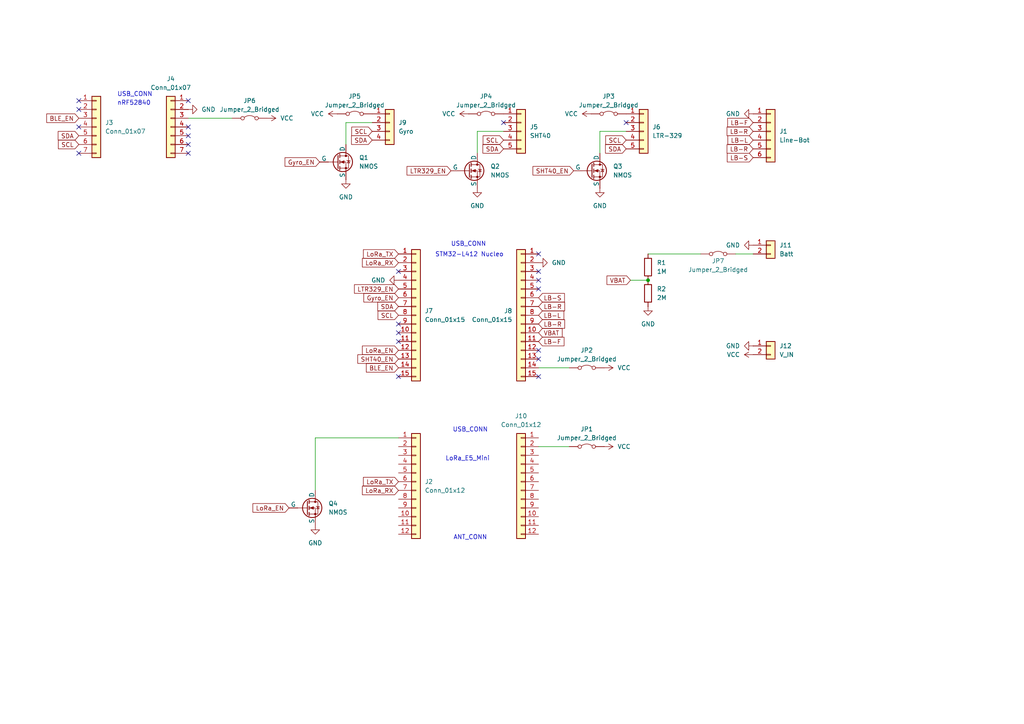
<source format=kicad_sch>
(kicad_sch (version 20231120) (generator "eeschema") (generator_version "8.0")
  (paper "A4")
  (lib_symbols
    (symbol "Connector_Generic:Conn_01x02" (pin_names (offset 1.016) hide)
      (property "Reference" "J" (at 0 2.54 0))
      (property "Value" "Conn_01x02" (at 0 -5.08 0))
      (symbol "Conn_01x02_1_1"
        (rectangle (start -1.27 -2.413) (end 0 -2.667) (stroke (width 0.1524)))
        (rectangle (start -1.27 0.127) (end 0 -0.127) (stroke (width 0.1524)))
        (rectangle (start -1.27 1.27) (end 1.27 -3.81) (stroke (width 0.254)) (fill (type background)))
        (pin passive line (at -5.08 0 0) (length 3.81) (name "Pin_1") (number "1"))
        (pin passive line (at -5.08 -2.54 0) (length 3.81) (name "Pin_2") (number "2"))
      )
    )
    (symbol "Connector_Generic:Conn_01x04" (pin_names (offset 1.016) hide)
      (property "Reference" "J" (at 0 5.08 0))
      (property "Value" "Conn_01x04" (at 0 -7.62 0))
      (symbol "Conn_01x04_1_1"
        (rectangle (start -1.27 -4.953) (end 0 -5.207) (stroke (width 0.1524)))
        (rectangle (start -1.27 -2.413) (end 0 -2.667) (stroke (width 0.1524)))
        (rectangle (start -1.27 0.127) (end 0 -0.127) (stroke (width 0.1524)))
        (rectangle (start -1.27 2.667) (end 0 2.413) (stroke (width 0.1524)))
        (rectangle (start -1.27 3.81) (end 1.27 -6.35) (stroke (width 0.254)) (fill (type background)))
        (pin passive line (at -5.08 2.54 0) (length 3.81) (name "Pin_1") (number "1"))
        (pin passive line (at -5.08 0 0) (length 3.81) (name "Pin_2") (number "2"))
        (pin passive line (at -5.08 -2.54 0) (length 3.81) (name "Pin_3") (number "3"))
        (pin passive line (at -5.08 -5.08 0) (length 3.81) (name "Pin_4") (number "4"))
      )
    )
    (symbol "Connector_Generic:Conn_01x05" (pin_names (offset 1.016) hide)
      (property "Reference" "J" (at 0 7.62 0))
      (property "Value" "Conn_01x05" (at 0 -7.62 0))
      (symbol "Conn_01x05_1_1"
        (rectangle (start -1.27 -4.953) (end 0 -5.207) (stroke (width 0.1524)))
        (rectangle (start -1.27 -2.413) (end 0 -2.667) (stroke (width 0.1524)))
        (rectangle (start -1.27 0.127) (end 0 -0.127) (stroke (width 0.1524)))
        (rectangle (start -1.27 2.667) (end 0 2.413) (stroke (width 0.1524)))
        (rectangle (start -1.27 5.207) (end 0 4.953) (stroke (width 0.1524)))
        (rectangle (start -1.27 6.35) (end 1.27 -6.35) (stroke (width 0.254)) (fill (type background)))
        (pin passive line (at -5.08 5.08 0) (length 3.81) (name "Pin_1") (number "1"))
        (pin passive line (at -5.08 2.54 0) (length 3.81) (name "Pin_2") (number "2"))
        (pin passive line (at -5.08 0 0) (length 3.81) (name "Pin_3") (number "3"))
        (pin passive line (at -5.08 -2.54 0) (length 3.81) (name "Pin_4") (number "4"))
        (pin passive line (at -5.08 -5.08 0) (length 3.81) (name "Pin_5") (number "5"))
      )
    )
    (symbol "Connector_Generic:Conn_01x06" (pin_names (offset 1.016) hide)
      (property "Reference" "J" (at 0 7.62 0))
      (property "Value" "Conn_01x06" (at 0 -10.16 0))
      (symbol "Conn_01x06_1_1"
        (rectangle (start -1.27 -7.493) (end 0 -7.747) (stroke (width 0.1524)))
        (rectangle (start -1.27 -4.953) (end 0 -5.207) (stroke (width 0.1524)))
        (rectangle (start -1.27 -2.413) (end 0 -2.667) (stroke (width 0.1524)))
        (rectangle (start -1.27 0.127) (end 0 -0.127) (stroke (width 0.1524)))
        (rectangle (start -1.27 2.667) (end 0 2.413) (stroke (width 0.1524)))
        (rectangle (start -1.27 5.207) (end 0 4.953) (stroke (width 0.1524)))
        (rectangle (start -1.27 6.35) (end 1.27 -8.89) (stroke (width 0.254)) (fill (type background)))
        (pin passive line (at -5.08 5.08 0) (length 3.81) (name "Pin_1") (number "1"))
        (pin passive line (at -5.08 2.54 0) (length 3.81) (name "Pin_2") (number "2"))
        (pin passive line (at -5.08 0 0) (length 3.81) (name "Pin_3") (number "3"))
        (pin passive line (at -5.08 -2.54 0) (length 3.81) (name "Pin_4") (number "4"))
        (pin passive line (at -5.08 -5.08 0) (length 3.81) (name "Pin_5") (number "5"))
        (pin passive line (at -5.08 -7.62 0) (length 3.81) (name "Pin_6") (number "6"))
      )
    )
    (symbol "Connector_Generic:Conn_01x07" (pin_names (offset 1.016) hide)
      (property "Reference" "J" (at 0 10.16 0))
      (property "Value" "Conn_01x07" (at 0 -10.16 0))
      (symbol "Conn_01x07_1_1"
        (rectangle (start -1.27 -7.493) (end 0 -7.747) (stroke (width 0.1524)))
        (rectangle (start -1.27 -4.953) (end 0 -5.207) (stroke (width 0.1524)))
        (rectangle (start -1.27 -2.413) (end 0 -2.667) (stroke (width 0.1524)))
        (rectangle (start -1.27 0.127) (end 0 -0.127) (stroke (width 0.1524)))
        (rectangle (start -1.27 2.667) (end 0 2.413) (stroke (width 0.1524)))
        (rectangle (start -1.27 5.207) (end 0 4.953) (stroke (width 0.1524)))
        (rectangle (start -1.27 7.747) (end 0 7.493) (stroke (width 0.1524)))
        (rectangle (start -1.27 8.89) (end 1.27 -8.89) (stroke (width 0.254)) (fill (type background)))
        (pin passive line (at -5.08 7.62 0) (length 3.81) (name "Pin_1") (number "1"))
        (pin passive line (at -5.08 5.08 0) (length 3.81) (name "Pin_2") (number "2"))
        (pin passive line (at -5.08 2.54 0) (length 3.81) (name "Pin_3") (number "3"))
        (pin passive line (at -5.08 0 0) (length 3.81) (name "Pin_4") (number "4"))
        (pin passive line (at -5.08 -2.54 0) (length 3.81) (name "Pin_5") (number "5"))
        (pin passive line (at -5.08 -5.08 0) (length 3.81) (name "Pin_6") (number "6"))
        (pin passive line (at -5.08 -7.62 0) (length 3.81) (name "Pin_7") (number "7"))
      )
    )
    (symbol "Connector_Generic:Conn_01x12" (pin_names (offset 1.016) hide)
      (property "Reference" "J" (at 0 15.24 0))
      (property "Value" "Conn_01x12" (at 0 -17.78 0))
      (symbol "Conn_01x12_1_1"
        (rectangle (start -1.27 -15.113) (end 0 -15.367) (stroke (width 0.1524)))
        (rectangle (start -1.27 -12.573) (end 0 -12.827) (stroke (width 0.1524)))
        (rectangle (start -1.27 -10.033) (end 0 -10.287) (stroke (width 0.1524)))
        (rectangle (start -1.27 -7.493) (end 0 -7.747) (stroke (width 0.1524)))
        (rectangle (start -1.27 -4.953) (end 0 -5.207) (stroke (width 0.1524)))
        (rectangle (start -1.27 -2.413) (end 0 -2.667) (stroke (width 0.1524)))
        (rectangle (start -1.27 0.127) (end 0 -0.127) (stroke (width 0.1524)))
        (rectangle (start -1.27 2.667) (end 0 2.413) (stroke (width 0.1524)))
        (rectangle (start -1.27 5.207) (end 0 4.953) (stroke (width 0.1524)))
        (rectangle (start -1.27 7.747) (end 0 7.493) (stroke (width 0.1524)))
        (rectangle (start -1.27 10.287) (end 0 10.033) (stroke (width 0.1524)))
        (rectangle (start -1.27 12.827) (end 0 12.573) (stroke (width 0.1524)))
        (rectangle (start -1.27 13.97) (end 1.27 -16.51) (stroke (width 0.254)) (fill (type background)))
        (pin passive line (at -5.08 12.7 0) (length 3.81) (name "Pin_1") (number "1"))
        (pin passive line (at -5.08 -10.16 0) (length 3.81) (name "Pin_10") (number "10"))
        (pin passive line (at -5.08 -12.7 0) (length 3.81) (name "Pin_11") (number "11"))
        (pin passive line (at -5.08 -15.24 0) (length 3.81) (name "Pin_12") (number "12"))
        (pin passive line (at -5.08 10.16 0) (length 3.81) (name "Pin_2") (number "2"))
        (pin passive line (at -5.08 7.62 0) (length 3.81) (name "Pin_3") (number "3"))
        (pin passive line (at -5.08 5.08 0) (length 3.81) (name "Pin_4") (number "4"))
        (pin passive line (at -5.08 2.54 0) (length 3.81) (name "Pin_5") (number "5"))
        (pin passive line (at -5.08 0 0) (length 3.81) (name "Pin_6") (number "6"))
        (pin passive line (at -5.08 -2.54 0) (length 3.81) (name "Pin_7") (number "7"))
        (pin passive line (at -5.08 -5.08 0) (length 3.81) (name "Pin_8") (number "8"))
        (pin passive line (at -5.08 -7.62 0) (length 3.81) (name "Pin_9") (number "9"))
      )
    )
    (symbol "Connector_Generic:Conn_01x15" (pin_names (offset 1.016) hide)
      (property "Reference" "J" (at 0 20.32 0))
      (property "Value" "Conn_01x15" (at 0 -20.32 0))
      (symbol "Conn_01x15_1_1"
        (rectangle (start -1.27 -17.653) (end 0 -17.907) (stroke (width 0.1524)))
        (rectangle (start -1.27 -15.113) (end 0 -15.367) (stroke (width 0.1524)))
        (rectangle (start -1.27 -12.573) (end 0 -12.827) (stroke (width 0.1524)))
        (rectangle (start -1.27 -10.033) (end 0 -10.287) (stroke (width 0.1524)))
        (rectangle (start -1.27 -7.493) (end 0 -7.747) (stroke (width 0.1524)))
        (rectangle (start -1.27 -4.953) (end 0 -5.207) (stroke (width 0.1524)))
        (rectangle (start -1.27 -2.413) (end 0 -2.667) (stroke (width 0.1524)))
        (rectangle (start -1.27 0.127) (end 0 -0.127) (stroke (width 0.1524)))
        (rectangle (start -1.27 2.667) (end 0 2.413) (stroke (width 0.1524)))
        (rectangle (start -1.27 5.207) (end 0 4.953) (stroke (width 0.1524)))
        (rectangle (start -1.27 7.747) (end 0 7.493) (stroke (width 0.1524)))
        (rectangle (start -1.27 10.287) (end 0 10.033) (stroke (width 0.1524)))
        (rectangle (start -1.27 12.827) (end 0 12.573) (stroke (width 0.1524)))
        (rectangle (start -1.27 15.367) (end 0 15.113) (stroke (width 0.1524)))
        (rectangle (start -1.27 17.907) (end 0 17.653) (stroke (width 0.1524)))
        (rectangle (start -1.27 19.05) (end 1.27 -19.05) (stroke (width 0.254)) (fill (type background)))
        (pin passive line (at -5.08 17.78 0) (length 3.81) (name "Pin_1") (number "1"))
        (pin passive line (at -5.08 -5.08 0) (length 3.81) (name "Pin_10") (number "10"))
        (pin passive line (at -5.08 -7.62 0) (length 3.81) (name "Pin_11") (number "11"))
        (pin passive line (at -5.08 -10.16 0) (length 3.81) (name "Pin_12") (number "12"))
        (pin passive line (at -5.08 -12.7 0) (length 3.81) (name "Pin_13") (number "13"))
        (pin passive line (at -5.08 -15.24 0) (length 3.81) (name "Pin_14") (number "14"))
        (pin passive line (at -5.08 -17.78 0) (length 3.81) (name "Pin_15") (number "15"))
        (pin passive line (at -5.08 15.24 0) (length 3.81) (name "Pin_2") (number "2"))
        (pin passive line (at -5.08 12.7 0) (length 3.81) (name "Pin_3") (number "3"))
        (pin passive line (at -5.08 10.16 0) (length 3.81) (name "Pin_4") (number "4"))
        (pin passive line (at -5.08 7.62 0) (length 3.81) (name "Pin_5") (number "5"))
        (pin passive line (at -5.08 5.08 0) (length 3.81) (name "Pin_6") (number "6"))
        (pin passive line (at -5.08 2.54 0) (length 3.81) (name "Pin_7") (number "7"))
        (pin passive line (at -5.08 0 0) (length 3.81) (name "Pin_8") (number "8"))
        (pin passive line (at -5.08 -2.54 0) (length 3.81) (name "Pin_9") (number "9"))
      )
    )
    (symbol "Device:R" (pin_numbers hide) (pin_names (offset 0))
      (property "Reference" "R" (at 2.032 0 90))
      (property "Value" "R" (at 0 0 90))
      (symbol "R_0_1"
        (rectangle (start -1.016 -2.54) (end 1.016 2.54) (stroke (width 0.254)))
      )
      (symbol "R_1_1"
        (pin passive line (at 0 3.81 270) (length 1.27) (name "~") (number "1"))
        (pin passive line (at 0 -3.81 90) (length 1.27) (name "~") (number "2"))
      )
    )
    (symbol "Jumper:Jumper_2_Bridged" (pin_numbers hide) (pin_names (offset 0) hide) (exclude_from_sim yes)
      (property "Reference" "JP" (at 0 1.905 0))
      (property "Value" "Jumper_2_Bridged" (at 0 -2.54 0))
      (symbol "Jumper_2_Bridged_0_0"
        (circle (center -2.032 0) (radius 0.508))
        (circle (center 2.032 0) (radius 0.508))
      )
      (symbol "Jumper_2_Bridged_0_1"
        (arc (start 1.524 0.254) (mid 0 0.762) (end -1.524 0.254))
      )
      (symbol "Jumper_2_Bridged_1_1"
        (pin passive line (at -5.08 0 0) (length 2.54) (name "A") (number "1"))
        (pin passive line (at 5.08 0 180) (length 2.54) (name "B") (number "2"))
      )
    )
    (symbol "Simulation_SPICE:NMOS" (pin_numbers hide) (pin_names (offset 0))
      (property "Reference" "Q" (at 5.08 1.27 0))
      (property "Value" "NMOS" (at 5.08 -1.27 0))
      (symbol "NMOS_0_1"
        (polyline (pts (xy 0.254 0) (xy -2.54 0)))
        (polyline (pts (xy 0.254 1.905) (xy 0.254 -1.905)) (stroke (width 0.254)))
        (polyline (pts (xy 0.762 -1.27) (xy 0.762 -2.286)) (stroke (width 0.254)))
        (polyline (pts (xy 0.762 0.508) (xy 0.762 -0.508)) (stroke (width 0.254)))
        (polyline (pts (xy 0.762 2.286) (xy 0.762 1.27)) (stroke (width 0.254)))
        (polyline (pts (xy 2.54 2.54) (xy 2.54 1.778)))
        (polyline (pts (xy 2.54 -2.54) (xy 2.54 0) (xy 0.762 0)))
        (polyline (pts (xy 0.762 -1.778) (xy 3.302 -1.778) (xy 3.302 1.778) (xy 0.762 1.778)))
        (polyline (pts (xy 1.016 0) (xy 2.032 0.381) (xy 2.032 -0.381) (xy 1.016 0)) (fill (type outline)))
        (polyline (pts (xy 2.794 0.508) (xy 2.921 0.381) (xy 3.683 0.381) (xy 3.81 0.254)))
        (polyline (pts (xy 3.302 0.381) (xy 2.921 -0.254) (xy 3.683 -0.254) (xy 3.302 0.381)))
        (circle (center 1.651 0) (radius 2.794) (stroke (width 0.254)))
        (circle (center 2.54 -1.778) (radius 0.254) (fill (type outline)))
        (circle (center 2.54 1.778) (radius 0.254) (fill (type outline)))
      )
      (symbol "NMOS_1_1"
        (pin passive line (at 2.54 5.08 270) (length 2.54) (name "D") (number "1"))
        (pin input line (at -5.08 0 0) (length 2.54) (name "G") (number "2"))
        (pin passive line (at 2.54 -5.08 90) (length 2.54) (name "S") (number "3"))
      )
    )
    (symbol "power:GND" (power) (pin_numbers hide) (pin_names (offset 0) hide)
      (property "Value" "GND" (at 0 -3.81 0))
      (symbol "GND_0_1"
        (polyline (pts (xy 0 0) (xy 0 -1.27) (xy 1.27 -1.27) (xy 0 -2.54) (xy -1.27 -1.27) (xy 0 -1.27)))
      )
      (symbol "GND_1_1"
        (pin power_in line (at 0 0 270) (length 0) (name "~") (number "1"))
      )
    )
    (symbol "power:VCC" (power) (pin_numbers hide) (pin_names (offset 0) hide)
      (property "Value" "VCC" (at 0 3.556 0))
      (symbol "VCC_0_1"
        (polyline (pts (xy -0.762 1.27) (xy 0 2.54)))
        (polyline (pts (xy 0 0) (xy 0 2.54)))
        (polyline (pts (xy 0 2.54) (xy 0.762 1.27)))
      )
      (symbol "VCC_1_1"
        (pin power_in line (at 0 0 90) (length 0) (name "~") (number "1"))
      )
    )
  )
  (junction (at 187.96 81.28))
  (no_connect (at 54.61 44.45))
  (no_connect (at 181.61 35.56))
  (no_connect (at 146.05 35.56))
  (no_connect (at 156.21 73.66))
  (no_connect (at 115.57 99.06))
  (no_connect (at 22.86 44.45))
  (no_connect (at 156.21 101.6))
  (no_connect (at 54.61 39.37))
  (no_connect (at 156.21 104.14))
  (no_connect (at 54.61 41.91))
  (no_connect (at 22.86 36.83))
  (no_connect (at 54.61 29.21))
  (no_connect (at 156.21 78.74))
  (no_connect (at 115.57 78.74))
  (no_connect (at 115.57 93.98))
  (no_connect (at 22.86 29.21))
  (no_connect (at 156.21 109.22))
  (no_connect (at 156.21 83.82))
  (no_connect (at 54.61 36.83))
  (no_connect (at 22.86 31.75))
  (no_connect (at 115.57 96.52))
  (no_connect (at 115.57 109.22))
  (no_connect (at 156.21 81.28))
  (wire (pts (xy 146.05 38.1) (xy 138.43 38.1)))
  (wire (pts (xy 107.95 35.56) (xy 100.33 35.56)))
  (wire (pts (xy 100.33 35.56) (xy 100.33 41.91)))
  (wire (pts (xy 91.44 142.24) (xy 91.44 127)))
  (wire (pts (xy 156.21 106.68) (xy 165.1 106.68)))
  (wire (pts (xy 173.99 38.1) (xy 173.99 44.45)))
  (wire (pts (xy 213.36 73.66) (xy 218.44 73.66)))
  (wire (pts (xy 187.96 73.66) (xy 203.2 73.66)))
  (wire (pts (xy 54.61 34.29) (xy 67.31 34.29)))
  (wire (pts (xy 181.61 38.1) (xy 173.99 38.1)))
  (wire (pts (xy 138.43 38.1) (xy 138.43 44.45)))
  (wire (pts (xy 156.21 129.54) (xy 165.1 129.54)))
  (wire (pts (xy 182.88 81.28) (xy 187.96 81.28)))
  (wire (pts (xy 91.44 127) (xy 115.57 127)))
  (text "USB_CONN\n" (at 136.398 124.714 0) (effects (font (size 1.27 1.27))))
  (text "STM32-L412 Nucleo" (at 136.144 73.914 0) (effects (font (size 1.27 1.27))))
  (text "USB_CONN\n" (at 39.116 27.432 0) (effects (font (size 1.27 1.27))))
  (text "USB_CONN\n" (at 135.89 70.866 0) (effects (font (size 1.27 1.27))))
  (text "ANT_CONN" (at 136.398 155.956 0) (effects (font (size 1.27 1.27))))
  (text "nRF52840" (at 38.862 29.972 0) (effects (font (size 1.27 1.27))))
  (text "LoRa_E5_Mini" (at 135.636 133.096 0) (effects (font (size 1.27 1.27))))
  (global_label "SDA" (shape input) (at 146.05 43.18 180) (property "Intersheetrefs" "${INTERSHEET_REFS}" (effects (hide yes))))
  (global_label "LoRa_EN" (shape input) (at 115.57 101.6 180) (property "Intersheetrefs" "${INTERSHEET_REFS}" (effects (hide yes))))
  (global_label "SCL" (shape input) (at 181.61 40.64 180) (property "Intersheetrefs" "${INTERSHEET_REFS}" (effects (hide yes))))
  (global_label "LB-R" (shape input) (at 218.44 43.18 180) (property "Intersheetrefs" "${INTERSHEET_REFS}" (effects (hide yes))))
  (global_label "LoRa_TX" (shape input) (at 115.57 73.66 180) (property "Intersheetrefs" "${INTERSHEET_REFS}" (effects (hide yes))))
  (global_label "Gyro_EN" (shape input) (at 115.57 86.36 180) (property "Intersheetrefs" "${INTERSHEET_REFS}" (effects (hide yes))))
  (global_label "LoRa_TX" (shape input) (at 115.57 139.7 180) (property "Intersheetrefs" "${INTERSHEET_REFS}" (effects (hide yes))))
  (global_label "LB-S" (shape input) (at 156.21 86.36 0) (property "Intersheetrefs" "${INTERSHEET_REFS}" (effects (hide yes))))
  (global_label "LB-L" (shape input) (at 218.44 40.64 180) (property "Intersheetrefs" "${INTERSHEET_REFS}" (effects (hide yes))))
  (global_label "SCL" (shape input) (at 107.95 38.1 180) (property "Intersheetrefs" "${INTERSHEET_REFS}" (effects (hide yes))))
  (global_label "LoRa_RX" (shape input) (at 115.57 76.2 180) (property "Intersheetrefs" "${INTERSHEET_REFS}" (effects (hide yes))))
  (global_label "SDA" (shape input) (at 181.61 43.18 180) (property "Intersheetrefs" "${INTERSHEET_REFS}" (effects (hide yes))))
  (global_label "LB-R" (shape input) (at 218.44 38.1 180) (property "Intersheetrefs" "${INTERSHEET_REFS}" (effects (hide yes))))
  (global_label "LoRa_EN" (shape input) (at 83.82 147.32 180) (property "Intersheetrefs" "${INTERSHEET_REFS}" (effects (hide yes))))
  (global_label "SDA" (shape input) (at 115.57 88.9 180) (property "Intersheetrefs" "${INTERSHEET_REFS}" (effects (hide yes))))
  (global_label "SCL" (shape input) (at 22.86 41.91 180) (property "Intersheetrefs" "${INTERSHEET_REFS}" (effects (hide yes))))
  (global_label "BLE_EN" (shape input) (at 22.86 34.29 180) (property "Intersheetrefs" "${INTERSHEET_REFS}" (effects (hide yes))))
  (global_label "LB-F" (shape input) (at 218.44 35.56 180) (property "Intersheetrefs" "${INTERSHEET_REFS}" (effects (hide yes))))
  (global_label "LTR329_EN" (shape input) (at 130.81 49.53 180) (property "Intersheetrefs" "${INTERSHEET_REFS}" (effects (hide yes))))
  (global_label "LB-R" (shape input) (at 156.21 93.98 0) (property "Intersheetrefs" "${INTERSHEET_REFS}" (effects (hide yes))))
  (global_label "LTR329_EN" (shape input) (at 115.57 83.82 180) (property "Intersheetrefs" "${INTERSHEET_REFS}" (effects (hide yes))))
  (global_label "VBAT" (shape input) (at 156.21 96.52 0) (property "Intersheetrefs" "${INTERSHEET_REFS}" (effects (hide yes))))
  (global_label "LoRa_RX" (shape input) (at 115.57 142.24 180) (property "Intersheetrefs" "${INTERSHEET_REFS}" (effects (hide yes))))
  (global_label "SHT40_EN" (shape input) (at 166.37 49.53 180) (property "Intersheetrefs" "${INTERSHEET_REFS}" (effects (hide yes))))
  (global_label "LB-L" (shape input) (at 156.21 91.44 0) (property "Intersheetrefs" "${INTERSHEET_REFS}" (effects (hide yes))))
  (global_label "SCL" (shape input) (at 115.57 91.44 180) (property "Intersheetrefs" "${INTERSHEET_REFS}" (effects (hide yes))))
  (global_label "LB-F" (shape input) (at 156.21 99.06 0) (property "Intersheetrefs" "${INTERSHEET_REFS}" (effects (hide yes))))
  (global_label "LB-S" (shape input) (at 218.44 45.72 180) (property "Intersheetrefs" "${INTERSHEET_REFS}" (effects (hide yes))))
  (global_label "SDA" (shape input) (at 22.86 39.37 180) (property "Intersheetrefs" "${INTERSHEET_REFS}" (effects (hide yes))))
  (global_label "SCL" (shape input) (at 146.05 40.64 180) (property "Intersheetrefs" "${INTERSHEET_REFS}" (effects (hide yes))))
  (global_label "VBAT" (shape input) (at 182.88 81.28 180) (property "Intersheetrefs" "${INTERSHEET_REFS}" (effects (hide yes))))
  (global_label "LB-R" (shape input) (at 156.21 88.9 0) (property "Intersheetrefs" "${INTERSHEET_REFS}" (effects (hide yes))))
  (global_label "SHT40_EN" (shape input) (at 115.57 104.14 180) (property "Intersheetrefs" "${INTERSHEET_REFS}" (effects (hide yes))))
  (global_label "SDA" (shape input) (at 107.95 40.64 180) (property "Intersheetrefs" "${INTERSHEET_REFS}" (effects (hide yes))))
  (global_label "Gyro_EN" (shape input) (at 92.71 46.99 180) (property "Intersheetrefs" "${INTERSHEET_REFS}" (effects (hide yes))))
  (global_label "BLE_EN" (shape input) (at 115.57 106.68 180) (property "Intersheetrefs" "${INTERSHEET_REFS}" (effects (hide yes))))
  (symbol (lib_id "Jumper:Jumper_2_Bridged") (at 170.18 129.54 0) (unit 1) (exclude_from_sim yes)
    (property "Reference" "JP1" (at 170.18 124.46 0))
    (property "Value" "Jumper_2_Bridged" (at 170.18 127 0))
    (property "Description" "Jumper, 2-pole, closed/bridged" (effects (hide yes)))
  )
  (symbol (lib_id "Connector_Generic:Conn_01x07") (at 27.94 36.83 0) (unit 1)
    (property "Reference" "J3" (at 30.48 35.5599 0) (effects (justify left)))
    (property "Value" "Conn_01x07" (at 30.48 38.0999 0) (effects (justify left)))
    (property "Description" "Generic connector, single row, 01x07, script generated (kicad-library-utils/schlib/autogen/connector/)" (effects (hide yes)))
  )
  (symbol (lib_id "Jumper:Jumper_2_Bridged") (at 208.28 73.66 0) (mirror y) (unit 1) (exclude_from_sim yes)
    (property "Reference" "JP7" (at 208.28 75.692 0))
    (property "Value" "Jumper_2_Bridged" (at 208.28 78.232 0))
    (property "Description" "Jumper, 2-pole, closed/bridged" (effects (hide yes)))
  )
  (symbol (lib_id "power:GND") (at 218.44 100.33 270) (unit 1)
    (property "Reference" "#PWR011" (effects (hide yes)))
    (property "Value" "GND" (at 214.63 100.3299 90) (effects (justify right)))
    (property "Description" "Power symbol creates a global label with name \"GND\" , ground" (effects (hide yes)))
  )
  (symbol (lib_id "Device:R") (at 187.96 85.09 0) (unit 1)
    (property "Reference" "R2" (at 190.5 83.8199 0) (effects (justify left)))
    (property "Value" "2M" (at 190.5 86.3599 0) (effects (justify left)))
    (property "Description" "Resistor" (effects (hide yes)))
  )
  (symbol (lib_id "power:VCC") (at 218.44 102.87 90) (unit 1)
    (property "Reference" "#PWR018" (effects (hide yes)))
    (property "Value" "VCC" (at 214.63 102.8699 90) (effects (justify left)))
    (property "Description" "Power symbol creates a global label with name \"VCC\"" (effects (hide yes)))
  )
  (symbol (lib_id "Device:R") (at 187.96 77.47 0) (unit 1)
    (property "Reference" "R1" (at 190.5 76.1999 0) (effects (justify left)))
    (property "Value" "1M" (at 190.5 78.7399 0) (effects (justify left)))
    (property "Description" "Resistor" (effects (hide yes)))
  )
  (symbol (lib_id "Jumper:Jumper_2_Bridged") (at 170.18 106.68 0) (unit 1) (exclude_from_sim yes)
    (property "Reference" "JP2" (at 170.18 101.6 0))
    (property "Value" "Jumper_2_Bridged" (at 170.18 104.14 0))
    (property "Description" "Jumper, 2-pole, closed/bridged" (effects (hide yes)))
  )
  (symbol (lib_id "power:VCC") (at 175.26 106.68 270) (unit 1)
    (property "Reference" "#PWR01" (effects (hide yes)))
    (property "Value" "VCC" (at 179.07 106.6799 90) (effects (justify left)))
    (property "Description" "Power symbol creates a global label with name \"VCC\"" (effects (hide yes)))
  )
  (symbol (lib_id "Connector_Generic:Conn_01x05") (at 151.13 38.1 0) (unit 1)
    (property "Reference" "J5" (at 153.67 36.8299 0) (effects (justify left)))
    (property "Value" "SHT40" (at 153.67 39.3699 0) (effects (justify left)))
    (property "Description" "Generic connector, single row, 01x05, script generated (kicad-library-utils/schlib/autogen/connector/)" (effects (hide yes)))
  )
  (symbol (lib_id "Connector_Generic:Conn_01x06") (at 223.52 38.1 0) (unit 1)
    (property "Reference" "J1" (at 226.06 38.0999 0) (effects (justify left)))
    (property "Value" "Line-Bot" (at 226.06 40.6399 0) (effects (justify left)))
    (property "Description" "Generic connector, single row, 01x06, script generated (kicad-library-utils/schlib/autogen/connector/)" (effects (hide yes)))
  )
  (symbol (lib_id "power:GND") (at 138.43 54.61 0) (unit 1)
    (property "Reference" "#PWR012" (effects (hide yes)))
    (property "Value" "GND" (at 138.43 59.69 0))
    (property "Description" "Power symbol creates a global label with name \"GND\" , ground" (effects (hide yes)))
  )
  (symbol (lib_id "power:GND") (at 115.57 81.28 270) (unit 1)
    (property "Reference" "#PWR07" (effects (hide yes)))
    (property "Value" "GND" (at 111.76 81.2799 90) (effects (justify right)))
    (property "Description" "Power symbol creates a global label with name \"GND\" , ground" (effects (hide yes)))
  )
  (symbol (lib_id "power:GND") (at 218.44 33.02 270) (unit 1)
    (property "Reference" "#PWR010" (effects (hide yes)))
    (property "Value" "GND" (at 214.63 33.0199 90) (effects (justify right)))
    (property "Description" "Power symbol creates a global label with name \"GND\" , ground" (effects (hide yes)))
  )
  (symbol (lib_id "Simulation_SPICE:NMOS") (at 88.9 147.32 0) (unit 1)
    (property "Reference" "Q4" (at 95.25 146.0499 0) (effects (justify left)))
    (property "Value" "NMOS" (at 95.25 148.5899 0) (effects (justify left)))
    (property "Datasheet" "https://ngspice.sourceforge.io/docs/ngspice-html-manual/manual.xhtml#cha_MOSFETs" (effects (hide yes)))
    (property "Description" "N-MOSFET transistor, drain/source/gate" (effects (hide yes)))
    (property "Sim.Device" "NMOS" (effects (hide yes)))
    (property "Sim.Type" "VDMOS" (effects (hide yes)))
    (property "Sim.Pins" "1=D 2=G 3=S" (effects (hide yes)))
  )
  (symbol (lib_id "power:VCC") (at 135.89 33.02 90) (unit 1)
    (property "Reference" "#PWR04" (effects (hide yes)))
    (property "Value" "VCC" (at 132.08 33.0199 90) (effects (justify left)))
    (property "Description" "Power symbol creates a global label with name \"VCC\"" (effects (hide yes)))
  )
  (symbol (lib_id "Jumper:Jumper_2_Bridged") (at 72.39 34.29 0) (unit 1) (exclude_from_sim yes)
    (property "Reference" "JP6" (at 72.39 29.21 0))
    (property "Value" "Jumper_2_Bridged" (at 72.39 31.75 0))
    (property "Description" "Jumper, 2-pole, closed/bridged" (effects (hide yes)))
  )
  (symbol (lib_id "Connector_Generic:Conn_01x02") (at 223.52 100.33 0) (unit 1)
    (property "Reference" "J12" (at 226.06 100.3299 0) (effects (justify left)))
    (property "Value" "V_IN" (at 226.06 102.8699 0) (effects (justify left)))
    (property "Description" "Generic connector, single row, 01x02, script generated (kicad-library-utils/schlib/autogen/connector/)" (effects (hide yes)))
  )
  (symbol (lib_id "power:VCC") (at 97.79 33.02 90) (unit 1)
    (property "Reference" "#PWR09" (effects (hide yes)))
    (property "Value" "VCC" (at 93.98 33.0199 90) (effects (justify left)))
    (property "Description" "Power symbol creates a global label with name \"VCC\"" (effects (hide yes)))
  )
  (symbol (lib_id "Simulation_SPICE:NMOS") (at 135.89 49.53 0) (unit 1)
    (property "Reference" "Q2" (at 142.24 48.2599 0) (effects (justify left)))
    (property "Value" "NMOS" (at 142.24 50.7999 0) (effects (justify left)))
    (property "Datasheet" "https://ngspice.sourceforge.io/docs/ngspice-html-manual/manual.xhtml#cha_MOSFETs" (effects (hide yes)))
    (property "Description" "N-MOSFET transistor, drain/source/gate" (effects (hide yes)))
    (property "Sim.Device" "NMOS" (effects (hide yes)))
    (property "Sim.Type" "VDMOS" (effects (hide yes)))
    (property "Sim.Pins" "1=D 2=G 3=S" (effects (hide yes)))
  )
  (symbol (lib_id "power:GND") (at 100.33 52.07 0) (unit 1)
    (property "Reference" "#PWR013" (effects (hide yes)))
    (property "Value" "GND" (at 100.33 57.15 0))
    (property "Description" "Power symbol creates a global label with name \"GND\" , ground" (effects (hide yes)))
  )
  (symbol (lib_id "Jumper:Jumper_2_Bridged") (at 176.53 33.02 0) (mirror y) (unit 1) (exclude_from_sim yes)
    (property "Reference" "JP3" (at 176.53 27.94 0))
    (property "Value" "Jumper_2_Bridged" (at 176.53 30.48 0))
    (property "Description" "Jumper, 2-pole, closed/bridged" (effects (hide yes)))
  )
  (symbol (lib_id "Simulation_SPICE:NMOS") (at 171.45 49.53 0) (unit 1)
    (property "Reference" "Q3" (at 177.8 48.2599 0) (effects (justify left)))
    (property "Value" "NMOS" (at 177.8 50.7999 0) (effects (justify left)))
    (property "Datasheet" "https://ngspice.sourceforge.io/docs/ngspice-html-manual/manual.xhtml#cha_MOSFETs" (effects (hide yes)))
    (property "Description" "N-MOSFET transistor, drain/source/gate" (effects (hide yes)))
    (property "Sim.Device" "NMOS" (effects (hide yes)))
    (property "Sim.Type" "VDMOS" (effects (hide yes)))
    (property "Sim.Pins" "1=D 2=G 3=S" (effects (hide yes)))
  )
  (symbol (lib_id "Connector_Generic:Conn_01x12") (at 120.65 139.7 0) (unit 1)
    (property "Reference" "J2" (at 123.19 139.6999 0) (effects (justify left)))
    (property "Value" "Conn_01x12" (at 123.19 142.2399 0) (effects (justify left)))
    (property "Description" "Generic connector, single row, 01x12, script generated (kicad-library-utils/schlib/autogen/connector/)" (effects (hide yes)))
  )
  (symbol (lib_id "Simulation_SPICE:NMOS") (at 97.79 46.99 0) (unit 1)
    (property "Reference" "Q1" (at 104.14 45.7199 0) (effects (justify left)))
    (property "Value" "NMOS" (at 104.14 48.2599 0) (effects (justify left)))
    (property "Datasheet" "https://ngspice.sourceforge.io/docs/ngspice-html-manual/manual.xhtml#cha_MOSFETs" (effects (hide yes)))
    (property "Description" "N-MOSFET transistor, drain/source/gate" (effects (hide yes)))
    (property "Sim.Device" "NMOS" (effects (hide yes)))
    (property "Sim.Type" "VDMOS" (effects (hide yes)))
    (property "Sim.Pins" "1=D 2=G 3=S" (effects (hide yes)))
  )
  (symbol (lib_id "power:VCC") (at 77.47 34.29 270) (unit 1)
    (property "Reference" "#PWR017" (effects (hide yes)))
    (property "Value" "VCC" (at 81.28 34.2899 90) (effects (justify left)))
    (property "Description" "Power symbol creates a global label with name \"VCC\"" (effects (hide yes)))
  )
  (symbol (lib_id "power:GND") (at 173.99 54.61 0) (unit 1)
    (property "Reference" "#PWR014" (effects (hide yes)))
    (property "Value" "GND" (at 173.99 59.69 0))
    (property "Description" "Power symbol creates a global label with name \"GND\" , ground" (effects (hide yes)))
  )
  (symbol (lib_id "Connector_Generic:Conn_01x12") (at 151.13 139.7 0) (mirror y) (unit 1)
    (property "Reference" "J10" (at 151.13 120.65 0))
    (property "Value" "Conn_01x12" (at 151.13 123.19 0))
    (property "Description" "Generic connector, single row, 01x12, script generated (kicad-library-utils/schlib/autogen/connector/)" (effects (hide yes)))
  )
  (symbol (lib_id "Jumper:Jumper_2_Bridged") (at 140.97 33.02 0) (mirror y) (unit 1) (exclude_from_sim yes)
    (property "Reference" "JP4" (at 140.97 27.94 0))
    (property "Value" "Jumper_2_Bridged" (at 140.97 30.48 0))
    (property "Description" "Jumper, 2-pole, closed/bridged" (effects (hide yes)))
  )
  (symbol (lib_id "power:GND") (at 54.61 31.75 90) (unit 1)
    (property "Reference" "#PWR08" (effects (hide yes)))
    (property "Value" "GND" (at 58.42 31.7499 90) (effects (justify right)))
    (property "Description" "Power symbol creates a global label with name \"GND\" , ground" (effects (hide yes)))
  )
  (symbol (lib_id "Connector_Generic:Conn_01x07") (at 49.53 36.83 0) (mirror y) (unit 1)
    (property "Reference" "J4" (at 49.53 22.86 0))
    (property "Value" "Conn_01x07" (at 49.53 25.4 0))
    (property "Description" "Generic connector, single row, 01x07, script generated (kicad-library-utils/schlib/autogen/connector/)" (effects (hide yes)))
  )
  (symbol (lib_id "power:GND") (at 187.96 88.9 0) (unit 1)
    (property "Reference" "#PWR016" (effects (hide yes)))
    (property "Value" "GND" (at 187.96 93.98 0))
    (property "Description" "Power symbol creates a global label with name \"GND\" , ground" (effects (hide yes)))
  )
  (symbol (lib_id "Connector_Generic:Conn_01x02") (at 223.52 71.12 0) (unit 1)
    (property "Reference" "J11" (at 226.06 71.1199 0) (effects (justify left)))
    (property "Value" "Batt" (at 226.06 73.6599 0) (effects (justify left)))
    (property "Description" "Generic connector, single row, 01x02, script generated (kicad-library-utils/schlib/autogen/connector/)" (effects (hide yes)))
  )
  (symbol (lib_id "power:VCC") (at 171.45 33.02 90) (unit 1)
    (property "Reference" "#PWR05" (effects (hide yes)))
    (property "Value" "VCC" (at 167.64 33.0199 90) (effects (justify left)))
    (property "Description" "Power symbol creates a global label with name \"VCC\"" (effects (hide yes)))
  )
  (symbol (lib_id "power:GND") (at 218.44 71.12 270) (unit 1)
    (property "Reference" "#PWR03" (effects (hide yes)))
    (property "Value" "GND" (at 214.63 71.1199 90) (effects (justify right)))
    (property "Description" "Power symbol creates a global label with name \"GND\" , ground" (effects (hide yes)))
  )
  (symbol (lib_id "Connector_Generic:Conn_01x15") (at 151.13 91.44 0) (mirror y) (unit 1)
    (property "Reference" "J8" (at 148.59 90.1699 0) (effects (justify left)))
    (property "Value" "Conn_01x15" (at 148.59 92.7099 0) (effects (justify left)))
    (property "Description" "Generic connector, single row, 01x15, script generated (kicad-library-utils/schlib/autogen/connector/)" (effects (hide yes)))
  )
  (symbol (lib_id "power:VCC") (at 175.26 129.54 270) (unit 1)
    (property "Reference" "#PWR02" (effects (hide yes)))
    (property "Value" "VCC" (at 179.07 129.5399 90) (effects (justify left)))
    (property "Description" "Power symbol creates a global label with name \"VCC\"" (effects (hide yes)))
  )
  (symbol (lib_id "Jumper:Jumper_2_Bridged") (at 102.87 33.02 0) (mirror y) (unit 1) (exclude_from_sim yes)
    (property "Reference" "JP5" (at 102.87 27.94 0))
    (property "Value" "Jumper_2_Bridged" (at 102.87 30.48 0))
    (property "Description" "Jumper, 2-pole, closed/bridged" (effects (hide yes)))
  )
  (symbol (lib_id "Connector_Generic:Conn_01x15") (at 120.65 91.44 0) (unit 1)
    (property "Reference" "J7" (at 123.19 90.1699 0) (effects (justify left)))
    (property "Value" "Conn_01x15" (at 123.19 92.7099 0) (effects (justify left)))
    (property "Description" "Generic connector, single row, 01x15, script generated (kicad-library-utils/schlib/autogen/connector/)" (effects (hide yes)))
  )
  (symbol (lib_id "Connector_Generic:Conn_01x05") (at 186.69 38.1 0) (unit 1)
    (property "Reference" "J6" (at 189.23 36.8299 0) (effects (justify left)))
    (property "Value" "LTR-329" (at 189.23 39.3699 0) (effects (justify left)))
    (property "Description" "Generic connector, single row, 01x05, script generated (kicad-library-utils/schlib/autogen/connector/)" (effects (hide yes)))
  )
  (symbol (lib_id "power:GND") (at 91.44 152.4 0) (unit 1)
    (property "Reference" "#PWR015" (effects (hide yes)))
    (property "Value" "GND" (at 91.44 157.48 0))
    (property "Description" "Power symbol creates a global label with name \"GND\" , ground" (effects (hide yes)))
  )
  (symbol (lib_id "Connector_Generic:Conn_01x04") (at 113.03 35.56 0) (unit 1)
    (property "Reference" "J9" (at 115.57 35.5599 0) (effects (justify left)))
    (property "Value" "Gyro" (at 115.57 38.0999 0) (effects (justify left)))
    (property "Description" "Generic connector, single row, 01x04, script generated (kicad-library-utils/schlib/autogen/connector/)" (effects (hide yes)))
  )
  (symbol (lib_id "power:GND") (at 156.21 76.2 90) (unit 1)
    (property "Reference" "#PWR06" (effects (hide yes)))
    (property "Value" "GND" (at 160.02 76.1999 90) (effects (justify right)))
    (property "Description" "Power symbol creates a global label with name \"GND\" , ground" (effects (hide yes)))
  )
)
</source>
